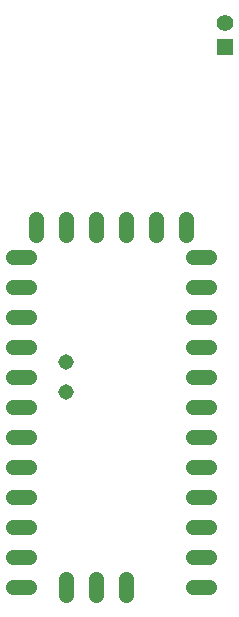
<source format=gbr>
G04 EAGLE Gerber X2 export*
%TF.Part,Single*%
%TF.FileFunction,Copper,L2,Bot,Mixed*%
%TF.FilePolarity,Positive*%
%TF.GenerationSoftware,Autodesk,EAGLE,8.7.1*%
%TF.CreationDate,2018-05-26T03:40:12Z*%
G75*
%MOMM*%
%FSLAX34Y34*%
%LPD*%
%AMOC8*
5,1,8,0,0,1.08239X$1,22.5*%
G01*
%ADD10C,1.308000*%
%ADD11C,1.308000*%
%ADD12R,1.422400X1.422400*%
%ADD13C,1.422400*%


D10*
X317500Y364300D02*
X317500Y377380D01*
X292100Y377380D02*
X292100Y364300D01*
X266700Y364300D02*
X266700Y377380D01*
X241300Y377380D02*
X241300Y364300D01*
X215900Y364300D02*
X215900Y377380D01*
X190500Y377380D02*
X190500Y364300D01*
X323660Y345440D02*
X336740Y345440D01*
X336740Y320040D02*
X323660Y320040D01*
X323660Y294640D02*
X336740Y294640D01*
X336740Y269240D02*
X323660Y269240D01*
X323660Y243840D02*
X336740Y243840D01*
X336740Y218440D02*
X323660Y218440D01*
X323660Y193040D02*
X336740Y193040D01*
X336740Y167640D02*
X323660Y167640D01*
X323660Y142240D02*
X336740Y142240D01*
X336740Y116840D02*
X323660Y116840D01*
X323660Y91440D02*
X336740Y91440D01*
X336740Y66040D02*
X323660Y66040D01*
X184340Y345440D02*
X171260Y345440D01*
X171260Y320040D02*
X184340Y320040D01*
X184340Y294640D02*
X171260Y294640D01*
X171260Y269240D02*
X184340Y269240D01*
X184340Y243840D02*
X171260Y243840D01*
X171260Y218440D02*
X184340Y218440D01*
X184340Y193040D02*
X171260Y193040D01*
X171260Y167640D02*
X184340Y167640D01*
X184340Y142240D02*
X171260Y142240D01*
X171260Y116840D02*
X184340Y116840D01*
X184340Y91440D02*
X171260Y91440D01*
X171260Y66040D02*
X184340Y66040D01*
X215900Y72580D02*
X215900Y59500D01*
X241300Y59500D02*
X241300Y72580D01*
X266700Y72580D02*
X266700Y59500D01*
D11*
X215900Y256540D03*
X215900Y231140D03*
D12*
X350520Y523400D03*
D13*
X350520Y543400D03*
M02*

</source>
